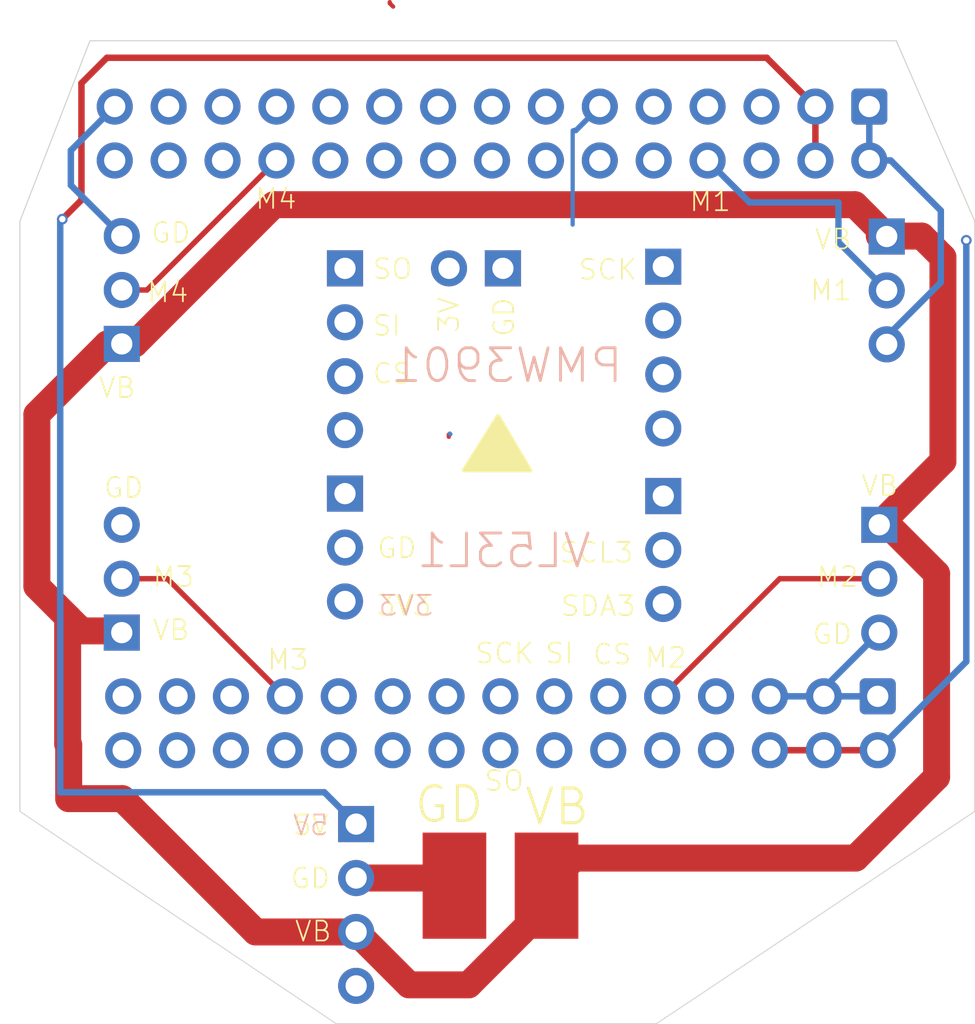
<source format=kicad_pcb>
(kicad_pcb (version 20241229) (generator "pcbnew") (generator_version "9.0")
  (layers (0 "F.Cu" signal) (2 "B.Cu" signal) (13 "F.Paste" user) (15 "B.Paste" user) (5 "F.SilkS" user "F.Silkscreen") (7 "B.SilkS" user "B.Silkscreen") (1 "F.Mask" user) (3 "B.Mask" user) (25 "Edge.Cuts" user))
  (net 0 "")
  (net 1 "/VBAT")
  (net 2 "/GND")
  (net 3 "/M1")
  (net 4 "/M2")
  (net 5 "/M4")
  (net 6 "/M3")
  (net 7 "/3V3")
  (net 8 "/5V")
  (net 9 "/SCK")
  (net 10 "/MISO")
  (net 11 "/MOSI")
  (net 12 "/CS")
  (net 27 "/SDA3")
  (net 28 "/SCL3")
  (footprint "Connector_Wire:SolderWirePad_1x01_SMD_5x10mm" (layer "F.Cu") (at 158.918165 105.046585)
    (property "Reference" "VB_PAD1" (hide yes))
    (property "Value" "Conn_01x01")
    (pad "1" smd rect (at -0.1 5.453415) (size 3 5) (layers "F.Cu" "F.Mask" "F.Paste") (net 1 "/VBAT"))
  )
  (footprint "Connector_PinHeader_2.54mm:PinHeader_1x03_P2.54mm_Vertical" (layer "F.Cu") (at 170.094208 95.970955 -45)
    (property "Reference" "VL53L1_L3" (hide yes))
    (property "Value" "Conn_01x03_Female" (hide yes))
    (pad "1" thru_hole rect (at 1.368136 -4.862594) (size 1.7 1.7) (drill 1) (layers "*.Cu" "*.Mask") (net 1 "/VBAT"))
    (pad "2" thru_hole circle (at 3.164188 -3.066543 315) (size 1.7 1.7) (drill 1) (layers "*.Cu" "*.Mask") (net 4 "/M2"))
    (pad "3" thru_hole circle (at 4.960239 -1.270492 315) (size 1.7 1.7) (drill 1) (layers "*.Cu" "*.Mask") (net 2 "/GND"))
  )
  (footprint "Connector_PinSocket_2.54mm:PinSocket_1x04_P2.54mm_Vertical" (layer "F.Cu") (at 149.320163 81.420143)
    (property "Reference" "PMW3901_R1" (hide yes))
    (property "Value" "Conn_01x04_Female" (hide yes))
    (pad "1" thru_hole rect (at 0 0) (size 1.7 1.7) (drill 1) (layers "*.Cu" "*.Mask") (net 10 "/MISO"))
    (pad "2" thru_hole oval (at 0 2.54) (size 1.7 1.7) (drill 1) (layers "*.Cu" "*.Mask") (net 11 "/MOSI"))
    (pad "3" thru_hole oval (at 0 5.08) (size 1.7 1.7) (drill 1) (layers "*.Cu" "*.Mask") (net 12 "/CS"))
    (pad "4" thru_hole oval (at 0 7.62) (size 1.7 1.7) (drill 1) (layers "*.Cu" "*.Mask"))
  )
  (footprint "Connector_PinHeader_2.54mm:PinHeader_1x03_P2.54mm_Vertical" (layer "F.Cu") (at 138.5 84.8 -45)
    (property "Reference" "VL53L1_L4" (hide yes))
    (property "Value" "Conn_01x03_Female" (hide yes))
    (pad "1" thru_hole rect (at 0.339411 -0.084853 270) (size 1.7 1.7) (drill 1) (layers "*.Cu" "*.Mask") (net 1 "/VBAT"))
    (pad "2" thru_hole circle (at -1.45664 -1.880904 315) (size 1.7 1.7) (drill 1) (layers "*.Cu" "*.Mask") (net 5 "/M4"))
    (pad "3" thru_hole circle (at -3.252691 -3.676955 315) (size 1.7 1.7) (drill 1) (layers "*.Cu" "*.Mask") (net 2 "/GND"))
  )
  (footprint "Connector_PinHeader_2.54mm:PinHeader_1x03_P2.54mm_Vertical" (layer "F.Cu") (at 149.320163 92.031137)
    (property "Reference" "VL53L1_R2" (hide yes))
    (property "Value" "Conn_01x03_Female" (hide yes))
    (pad "1" thru_hole rect (at 0 0) (size 1.7 1.7) (drill 1) (layers "*.Cu" "*.Mask"))
    (pad "2" thru_hole circle (at 0 2.54) (size 1.7 1.7) (drill 1) (layers "*.Cu" "*.Mask") (net 2 "/GND"))
    (pad "3" thru_hole circle (at 0 5.08) (size 1.7 1.7) (drill 1) (layers "*.Cu" "*.Mask") (net 7 "/3V3"))
  )
  (footprint "Connector_PinHeader_2.54mm:PinHeader_1x03_P2.54mm_Vertical" (layer "F.Cu") (at 142.775639 98.946265 -135)
    (property "Reference" "VL53L1_L5" (hide yes))
    (property "Value" "Conn_01x03_Female" (hide yes))
    (pad "1" thru_hole rect (at 2.552213 3.07019 270) (size 1.7 1.7) (drill 1) (layers "*.Cu" "*.Mask") (net 1 "/VBAT"))
    (pad "2" thru_hole circle (at 0.756162 4.866241 225) (size 1.7 1.7) (drill 1) (layers "*.Cu" "*.Mask") (net 6 "/M3"))
    (pad "3" thru_hole circle (at -1.03989 6.662292 225) (size 1.7 1.7) (drill 1) (layers "*.Cu" "*.Mask") (net 2 "/GND"))
  )
  (footprint "Connector_PinHeader_2.54mm:PinHeader_1x02_P2.54mm_Vertical" (layer "F.Cu") (at 156.762832 82.347042 -90)
    (property "Reference" "PMW3901_PWR1" (hide yes))
    (property "Value" "Conn_01x02_Female" (hide yes))
    (pad "1" thru_hole rect (at -0.926899 0 270) (size 1.7 1.7) (drill 1) (layers "*.Cu" "*.Mask") (net 2 "/GND"))
    (pad "2" thru_hole oval (at -0.926899 2.54 270) (size 1.7 1.7) (drill 1) (layers "*.Cu" "*.Mask") (net 7 "/3V3"))
  )
  (footprint "Connector_Wire:SolderWirePad_1x01_SMD_5x10mm" (layer "F.Cu") (at 153.52824 105.111039)
    (property "Reference" "GND_PAD1" (hide yes))
    (property "Value" "Conn_01x01")
    (pad "1" smd rect (at 0.95 5.388961) (size 3 5) (layers "F.Cu" "F.Mask" "F.Paste") (net 2 "/GND"))
  )
  (footprint "Connector_IDC:IDC-Header_2x15_P2.54mm_Vertical" (layer "F.Cu") (at 174.0293 73.798577 -90)
    (property "Reference" "J1" (hide yes))
    (property "Value" "Conn_01x15_MountingPin" (hide yes))
    (pad "1" thru_hole roundrect (at 0 0 270) (size 1.7 1.7) (drill 1) (layers "*.Cu" "*.Mask") (roundrect_rratio 0.147059) (net 2 "/GND"))
    (pad "2" thru_hole circle (at 2.54 0 270) (size 1.7 1.7) (drill 1) (layers "*.Cu" "*.Mask") (net 2 "/GND"))
    (pad "3" thru_hole circle (at 0 2.54 270) (size 1.7 1.7) (drill 1) (layers "*.Cu" "*.Mask") (net 8 "/5V"))
    (pad "4" thru_hole circle (at 2.54 2.54 270) (size 1.7 1.7) (drill 1) (layers "*.Cu" "*.Mask") (net 8 "/5V"))
    (pad "5" thru_hole circle (at 0 5.08 270) (size 1.7 1.7) (drill 1) (layers "*.Cu" "*.Mask"))
    (pad "6" thru_hole circle (at 2.54 5.08 270) (size 1.7 1.7) (drill 1) (layers "*.Cu" "*.Mask"))
    (pad "7" thru_hole circle (at 0 7.62 270) (size 1.7 1.7) (drill 1) (layers "*.Cu" "*.Mask"))
    (pad "8" thru_hole circle (at 2.54 7.62 270) (size 1.7 1.7) (drill 1) (layers "*.Cu" "*.Mask") (net 3 "/M1"))
    (pad "9" thru_hole circle (at 0 10.16 270) (size 1.7 1.7) (drill 1) (layers "*.Cu" "*.Mask"))
    (pad "10" thru_hole circle (at 2.54 10.16 270) (size 1.7 1.7) (drill 1) (layers "*.Cu" "*.Mask"))
    (pad "11" thru_hole circle (at 0 12.7 270) (size 1.7 1.7) (drill 1) (layers "*.Cu" "*.Mask") (net 27 "/SDA3"))
    (pad "12" thru_hole circle (at 2.54 12.7 270) (size 1.7 1.7) (drill 1) (layers "*.Cu" "*.Mask"))
    (pad "13" thru_hole circle (at 0 15.24 270) (size 1.7 1.7) (drill 1) (layers "*.Cu" "*.Mask"))
    (pad "14" thru_hole circle (at 2.54 15.24 270) (size 1.7 1.7) (drill 1) (layers "*.Cu" "*.Mask") (net 28 "/SCL3"))
    (pad "15" thru_hole circle (at 0 17.78 270) (size 1.7 1.7) (drill 1) (layers "*.Cu" "*.Mask"))
    (pad "16" thru_hole circle (at 2.54 17.78 270) (size 1.7 1.7) (drill 1) (layers "*.Cu" "*.Mask"))
    (pad "17" thru_hole circle (at 0 20.32 270) (size 1.7 1.7) (drill 1) (layers "*.Cu" "*.Mask"))
    (pad "18" thru_hole circle (at 2.54 20.32 270) (size 1.7 1.7) (drill 1) (layers "*.Cu" "*.Mask"))
    (pad "19" thru_hole circle (at 0 22.86 270) (size 1.7 1.7) (drill 1) (layers "*.Cu" "*.Mask"))
    (pad "20" thru_hole circle (at 2.54 22.86 270) (size 1.7 1.7) (drill 1) (layers "*.Cu" "*.Mask"))
    (pad "21" thru_hole circle (at 0 25.4 270) (size 1.7 1.7) (drill 1) (layers "*.Cu" "*.Mask"))
    (pad "22" thru_hole circle (at 2.54 25.4 270) (size 1.7 1.7) (drill 1) (layers "*.Cu" "*.Mask"))
    (pad "23" thru_hole circle (at 0 27.94 270) (size 1.7 1.7) (drill 1) (layers "*.Cu" "*.Mask"))
    (pad "24" thru_hole circle (at 2.54 27.94 270) (size 1.7 1.7) (drill 1) (layers "*.Cu" "*.Mask") (net 5 "/M4"))
    (pad "25" thru_hole circle (at 0 30.48 270) (size 1.7 1.7) (drill 1) (layers "*.Cu" "*.Mask"))
    (pad "26" thru_hole circle (at 2.54 30.48 270) (size 1.7 1.7) (drill 1) (layers "*.Cu" "*.Mask"))
    (pad "27" thru_hole circle (at 0 33.02 270) (size 1.7 1.7) (drill 1) (layers "*.Cu" "*.Mask"))
    (pad "28" thru_hole circle (at 2.54 33.02 270) (size 1.7 1.7) (drill 1) (layers "*.Cu" "*.Mask"))
    (pad "29" thru_hole circle (at 0 35.56 270) (size 1.7 1.7) (drill 1) (layers "*.Cu" "*.Mask") (net 2 "/GND"))
    (pad "30" thru_hole circle (at 2.54 35.56 270) (size 1.7 1.7) (drill 1) (layers "*.Cu" "*.Mask"))
  )
  (footprint "Connector_PinSocket_2.54mm:PinSocket_1x04_P2.54mm_Vertical" (layer "F.Cu") (at 149.84652 107.6)
    (property "Reference" "REG1" (hide yes))
    (property "Value" "Conn_01x04_Female" (hide yes))
    (pad "1" thru_hole rect (at 0 0) (size 1.7 1.7) (drill 1) (layers "*.Cu" "*.Mask") (net 8 "/5V"))
    (pad "2" thru_hole oval (at 0 2.54) (size 1.7 1.7) (drill 1) (layers "*.Cu" "*.Mask") (net 2 "/GND"))
    (pad "3" thru_hole oval (at 0 5.08) (size 1.7 1.7) (drill 1) (layers "*.Cu" "*.Mask") (net 1 "/VBAT"))
    (pad "4" thru_hole oval (at 0 7.62) (size 1.7 1.7) (drill 1) (layers "*.Cu" "*.Mask"))
  )
  (footprint "Connector_IDC:IDC-Header_2x15_P2.54mm_Vertical" (layer "F.Cu") (at 174.426179 101.58 -90)
    (property "Reference" "J2" (hide yes))
    (property "Value" "Conn_01x15_MountingPin" (hide yes))
    (pad "1" thru_hole roundrect (at 0 0 270) (size 1.7 1.7) (drill 1) (layers "*.Cu" "*.Mask") (roundrect_rratio 0.147059) (net 2 "/GND"))
    (pad "2" thru_hole circle (at 2.54 0 270) (size 1.7 1.7) (drill 1) (layers "*.Cu" "*.Mask") (net 7 "/3V3"))
    (pad "3" thru_hole circle (at 0 2.54 270) (size 1.7 1.7) (drill 1) (layers "*.Cu" "*.Mask") (net 2 "/GND"))
    (pad "4" thru_hole circle (at 2.54 2.54 270) (size 1.7 1.7) (drill 1) (layers "*.Cu" "*.Mask") (net 7 "/3V3"))
    (pad "5" thru_hole circle (at 0 5.08 270) (size 1.7 1.7) (drill 1) (layers "*.Cu" "*.Mask") (net 2 "/GND"))
    (pad "6" thru_hole circle (at 2.54 5.08 270) (size 1.7 1.7) (drill 1) (layers "*.Cu" "*.Mask") (net 7 "/3V3"))
    (pad "7" thru_hole circle (at 0 7.62 270) (size 1.7 1.7) (drill 1) (layers "*.Cu" "*.Mask"))
    (pad "8" thru_hole circle (at 2.54 7.62 270) (size 1.7 1.7) (drill 1) (layers "*.Cu" "*.Mask"))
    (pad "9" thru_hole circle (at 0 10.16 270) (size 1.7 1.7) (drill 1) (layers "*.Cu" "*.Mask") (net 4 "/M2"))
    (pad "10" thru_hole circle (at 2.54 10.16 270) (size 1.7 1.7) (drill 1) (layers "*.Cu" "*.Mask"))
    (pad "11" thru_hole circle (at 0 12.7 270) (size 1.7 1.7) (drill 1) (layers "*.Cu" "*.Mask") (net 12 "/CS"))
    (pad "12" thru_hole circle (at 2.54 12.7 270) (size 1.7 1.7) (drill 1) (layers "*.Cu" "*.Mask"))
    (pad "13" thru_hole circle (at 0 15.24 270) (size 1.7 1.7) (drill 1) (layers "*.Cu" "*.Mask") (net 11 "/MOSI"))
    (pad "14" thru_hole circle (at 2.54 15.24 270) (size 1.7 1.7) (drill 1) (layers "*.Cu" "*.Mask"))
    (pad "15" thru_hole circle (at 0 17.78 270) (size 1.7 1.7) (drill 1) (layers "*.Cu" "*.Mask") (net 9 "/SCK"))
    (pad "16" thru_hole circle (at 2.54 17.78 270) (size 1.7 1.7) (drill 1) (layers "*.Cu" "*.Mask") (net 10 "/MISO"))
    (pad "17" thru_hole circle (at 0 20.32 270) (size 1.7 1.7) (drill 1) (layers "*.Cu" "*.Mask"))
    (pad "18" thru_hole circle (at 2.54 20.32 270) (size 1.7 1.7) (drill 1) (layers "*.Cu" "*.Mask"))
    (pad "19" thru_hole circle (at 0 22.86 270) (size 1.7 1.7) (drill 1) (layers "*.Cu" "*.Mask"))
    (pad "20" thru_hole circle (at 2.54 22.86 270) (size 1.7 1.7) (drill 1) (layers "*.Cu" "*.Mask"))
    (pad "21" thru_hole circle (at 0 25.4 270) (size 1.7 1.7) (drill 1) (layers "*.Cu" "*.Mask"))
    (pad "22" thru_hole circle (at 2.54 25.4 270) (size 1.7 1.7) (drill 1) (layers "*.Cu" "*.Mask"))
    (pad "23" thru_hole circle (at 0 27.94 270) (size 1.7 1.7) (drill 1) (layers "*.Cu" "*.Mask") (net 6 "/M3"))
    (pad "24" thru_hole circle (at 2.54 27.94 270) (size 1.7 1.7) (drill 1) (layers "*.Cu" "*.Mask"))
    (pad "25" thru_hole circle (at 0 30.48 270) (size 1.7 1.7) (drill 1) (layers "*.Cu" "*.Mask"))
    (pad "26" thru_hole circle (at 2.54 30.48 270) (size 1.7 1.7) (drill 1) (layers "*.Cu" "*.Mask"))
    (pad "27" thru_hole circle (at 0 33.02 270) (size 1.7 1.7) (drill 1) (layers "*.Cu" "*.Mask"))
    (pad "28" thru_hole circle (at 2.54 33.02 270) (size 1.7 1.7) (drill 1) (layers "*.Cu" "*.Mask"))
    (pad "29" thru_hole circle (at 0 35.56 270) (size 1.7 1.7) (drill 1) (layers "*.Cu" "*.Mask") (net 2 "/GND"))
    (pad "30" thru_hole circle (at 2.54 35.56 270) (size 1.7 1.7) (drill 1) (layers "*.Cu" "*.Mask"))
  )
  (footprint "Connector_PinHeader_2.54mm:PinHeader_1x03_P2.54mm_Vertical" (layer "F.Cu") (at 174.85 79.92)
    (property "Reference" "M1_GND1" (hide yes))
    (property "Value" "Conn_01x03_Female" (hide yes))
    (pad "1" thru_hole rect (at 0 0) (size 1.7 1.7) (drill 1) (layers "*.Cu" "*.Mask") (net 1 "/VBAT"))
    (pad "2" thru_hole circle (at 0 2.54) (size 1.7 1.7) (drill 1) (layers "*.Cu" "*.Mask") (net 3 "/M1"))
    (pad "3" thru_hole circle (at 0 5.08) (size 1.7 1.7) (drill 1) (layers "*.Cu" "*.Mask") (net 2 "/GND"))
  )
  (footprint "Connector_PinSocket_2.54mm:PinSocket_1x04_P2.54mm_Vertical" (layer "F.Cu") (at 164.320163 81.340143)
    (property "Reference" "PMW3901_L1" (hide yes))
    (property "Value" "Conn_01x04_Female" (hide yes))
    (pad "1" thru_hole rect (at 0 0) (size 1.7 1.7) (drill 1) (layers "*.Cu" "*.Mask") (net 9 "/SCK"))
    (pad "2" thru_hole oval (at 0 2.54) (size 1.7 1.7) (drill 1) (layers "*.Cu" "*.Mask"))
    (pad "3" thru_hole oval (at 0 5.08) (size 1.7 1.7) (drill 1) (layers "*.Cu" "*.Mask"))
    (pad "4" thru_hole oval (at 0 7.62) (size 1.7 1.7) (drill 1) (layers "*.Cu" "*.Mask"))
  )
  (footprint "Connector_PinHeader_2.54mm:PinHeader_1x03_P2.54mm_Vertical" (layer "F.Cu") (at 164.320163 92.146363)
    (property "Reference" "VL53L1_R1" (hide yes))
    (property "Value" "Conn_01x03_Female" (hide yes))
    (pad "1" thru_hole rect (at 0 0) (size 1.7 1.7) (drill 1) (layers "*.Cu" "*.Mask"))
    (pad "2" thru_hole oval (at 0 2.54) (size 1.7 1.7) (drill 1) (layers "*.Cu" "*.Mask") (net 28 "/SCL3"))
    (pad "3" thru_hole oval (at 0 5.08) (size 1.7 1.7) (drill 1) (layers "*.Cu" "*.Mask") (net 27 "/SDA3"))
  )
  (gr_poly (pts (xy 156.535197 88.385283) (xy 154.932897 90.927705) (xy 158.032832 90.927705)) (stroke (width 0.2)) (fill yes) (layer "F.SilkS"))
  (gr_line (start 137.3 70.7) (end 175.3 70.7) (stroke (width 0.05)) (layer "Edge.Cuts"))
  (gr_line (start 179 79.2) (end 179 107) (stroke (width 0.05)) (layer "Edge.Cuts"))
  (gr_line (start 175.3 70.7) (end 179 79.2) (stroke (width 0.05)) (layer "Edge.Cuts"))
  (gr_line (start 148.9 117) (end 164 117) (stroke (width 0.05)) (layer "Edge.Cuts"))
  (gr_line (start 137.3 70.7) (end 134 79.2) (stroke (width 0.05)) (layer "Edge.Cuts"))
  (gr_line (start 134 107) (end 148.9 117) (stroke (width 0.05)) (layer "Edge.Cuts"))
  (gr_line (start 179 107) (end 164 117) (stroke (width 0.05)) (layer "Edge.Cuts"))
  (gr_line (start 134 79.2) (end 134 107) (stroke (width 0.05)) (layer "Edge.Cuts"))
  (gr_text "" (at 146.257571 95.709049 0) (layer "F.Cu") (effects (font (size 0.93472 0.93472) (thickness 0.08128)) (justify left bottom)))
  (gr_text "3V" (at 154.761104 84.50611 90) (layer "F.SilkS") (effects (font (size 0.93472 0.93472) (thickness 0.08128)) (justify left bottom)))
  (gr_text "M3" (at 145.6 100.4 0) (layer "F.SilkS") (effects (font (size 0.93472 0.93472) (thickness 0.08128)) (justify left bottom)))
  (gr_text "SI" (at 150.570163 84.670143 0) (layer "F.SilkS") (effects (font (size 0.93472 0.93472) (thickness 0.08128)) (justify left bottom)))
  (gr_text "M2" (at 171.5 96.5 0) (layer "F.SilkS") (effects (font (size 0.93472 0.93472) (thickness 0.08128)) (justify left bottom)))
  (gr_text "GD" (at 171.3 99.2 0) (layer "F.SilkS") (effects (font (size 0.93472 0.93472) (thickness 0.08128)) (justify left bottom)))
  (gr_text "CS" (at 160.95 100.15 0) (layer "F.SilkS") (effects (font (size 0.93472 0.93472) (thickness 0.08128)) (justify left bottom)))
  (gr_text "SO" (at 150.570163 81.999762 0) (layer "F.SilkS") (effects (font (size 0.93472 0.93472) (thickness 0.08128)) (justify left bottom)))
  (gr_text "M2" (at 163.4 100.3 0) (layer "F.SilkS") (effects (font (size 0.93472 0.93472) (thickness 0.08128)) (justify left bottom)))
  (gr_text "5V" (at 146.8 108.2 0) (layer "F.SilkS") (effects (font (size 0.93472 0.93472) (thickness 0.08128)) (justify left bottom)))
  (gr_text "VB" (at 171.4 80.6 0) (layer "F.SilkS") (effects (font (size 0.93472 0.93472) (thickness 0.08128)) (justify left bottom)))
  (gr_text "M3" (at 140.2 96.5 0) (layer "F.SilkS") (effects (font (size 0.93472 0.93472) (thickness 0.08128)) (justify left bottom)))
  (gr_text "GD" (at 152.755028 94.051015 0) (layer "F.SilkS") (effects (font (size 0.93472 0.93472) (thickness 0.08128)) (justify right top)))
  (gr_text "M1" (at 171.186795 83 0) (layer "F.SilkS") (effects (font (size 0.93472 0.93472) (thickness 0.08128)) (justify left bottom)))
  (gr_text "SCK" (at 160.267676 82.023472 0) (layer "F.SilkS") (effects (font (size 0.93472 0.93472) (thickness 0.08128)) (justify left bottom)))
  (gr_text "GD" (at 157.361104 84.70611 90) (layer "F.SilkS") (effects (font (size 0.93472 0.93472) (thickness 0.08128)) (justify left bottom)))
  (gr_text "SI" (at 158.7 100.1 0) (layer "F.SilkS") (effects (font (size 0.93472 0.93472) (thickness 0.08128)) (justify left bottom)))
  (gr_text "SO" (at 155.831781 106.107079 0) (layer "F.SilkS") (effects (font (size 0.93472 0.93472) (thickness 0.08128)) (justify left bottom)))
  (gr_text "SDA3" (at 159.4403 97.872285 0) (layer "F.SilkS") (effects (font (size 0.93472 0.93472) (thickness 0.08128)) (justify left bottom)))
  (gr_text "3V3" (at 153.451134 96.758097 0) (layer "F.SilkS") (effects (font (size 0.93472 0.93472) (thickness 0.08128)) (justify right top)))
  (gr_text "VB" (at 139.5 86.5 0) (layer "F.SilkS") (effects (font (size 0.93472 0.93472) (thickness 0.08128)) (justify right top)))
  (gr_text "GD" (at 146.7 110.7 0) (layer "F.SilkS") (effects (font (size 0.93472 0.93472) (thickness 0.08128)) (justify left bottom)))
  (gr_text "M4" (at 147.1 77.6 0) (layer "F.SilkS") (effects (font (size 0.93472 0.93472) (thickness 0.08128)) (justify right top)))
  (gr_text "M4" (at 142 82 0) (layer "F.SilkS") (effects (font (size 0.93472 0.93472) (thickness 0.08128)) (justify right top)))
  (gr_text "SCK" (at 155.4 100.1 0) (layer "F.SilkS") (effects (font (size 0.93472 0.93472) (thickness 0.08128)) (justify left bottom)))
  (gr_text "VB" (at 173.6 92.2 0) (layer "F.SilkS") (effects (font (size 0.93472 0.93472) (thickness 0.08128)) (justify left bottom)))
  (gr_text "GD" (at 142.1 79.2 0) (layer "F.SilkS") (effects (font (size 0.93472 0.93472) (thickness 0.08128)) (justify right top)))
  (gr_text "VB" (at 157.706229 107.742166 0) (layer "F.SilkS") (effects (font (size 1.63576 1.63576) (thickness 0.14224)) (justify left bottom)))
  (gr_text "GD" (at 152.49832 107.639039 0) (layer "F.SilkS") (effects (font (size 1.63576 1.63576) (thickness 0.14224)) (justify left bottom)))
  (gr_text "CS" (at 150.570163 86.920143 0) (layer "F.SilkS") (effects (font (size 0.93472 0.93472) (thickness 0.08128)) (justify left bottom)))
  (gr_text "VB" (at 140.2 99 0) (layer "F.SilkS") (effects (font (size 0.93472 0.93472) (thickness 0.08128)) (justify left bottom)))
  (gr_text "M1" (at 165.5 78.8 0) (layer "F.SilkS") (effects (font (size 0.93472 0.93472) (thickness 0.08128)) (justify left bottom)))
  (gr_text "GD" (at 137.9 92.3 0) (layer "F.SilkS") (effects (font (size 0.93472 0.93472) (thickness 0.08128)) (justify left bottom)))
  (gr_text "VB" (at 146.9 113.2 0) (layer "F.SilkS") (effects (font (size 0.93472 0.93472) (thickness 0.08128)) (justify left bottom)))
  (gr_text "SCL3\n" (at 159.380374 95.355406 0) (layer "F.SilkS") (effects (font (size 0.93472 0.93472) (thickness 0.08128)) (justify left bottom)))
  (gr_text "5V" (at 148.6 108.2 0) (layer "B.SilkS") (effects (font (size 0.93472 0.93472) (thickness 0.08128)) (justify left bottom mirror)))
  (gr_text "3V3" (at 150.851134 96.758097 0) (layer "B.SilkS") (effects (font (size 0.93472 0.93472) (thickness 0.08128)) (justify right top mirror)))
  (gr_text "PMW3901" (at 162.502489 86.900086 0) (layer "B.SilkS") (effects (font (size 1.542288 1.542288) (thickness 0.134112)) (justify left bottom mirror)))
  (gr_text "VL53L1" (at 161.008457 95.623668 0) (layer "B.SilkS") (effects (font (size 1.542288 1.542288) (thickness 0.134112)) (justify left bottom mirror)))
  (segment (start 151.42944 68.932333) (end 151.42944 68.878872) (width 0.2) (layer "F.Cu") (net 0))
  (segment (start 151.589823 69.092716) (end 151.42944 68.932333) (width 0.2) (layer "F.Cu") (net 0))
  (segment (start 136.25 97.85) (end 136.25 103.820869) (width 1.27) (layer "F.Cu") (net 1))
  (segment (start 136.25 97.85) (end 136.7 98.3) (width 1.27) (layer "F.Cu") (net 1))
  (segment (start 136.3 103.870869) (end 136.3 106.4) (width 1.27) (layer "F.Cu") (net 1))
  (segment (start 155.146054 115.172111) (end 158.818165 111.5) (width 1.27) (layer "F.Cu") (net 1))
  (segment (start 152.338631 115.172111) (end 155.146054 115.172111) (width 1.27) (layer "F.Cu") (net 1))
  (segment (start 139.409169 84.98) (end 145.967508 78.421661) (width 1.27) (layer "F.Cu") (net 1))
  (segment (start 136.7 98.3) (end 136.7 98.5) (width 1.27) (layer "F.Cu") (net 1))
  (segment (start 177.2 105.386427) (end 173.386427 109.2) (width 1.27) (layer "F.Cu") (net 1))
  (segment (start 136.3 106.4) (end 138.829131 106.4) (width 1.27) (layer "F.Cu") (net 1))
  (segment (start 173.386427 109.2) (end 160.118165 109.2) (width 1.27) (layer "F.Cu") (net 1))
  (segment (start 134.8 88.3) (end 134.8 96.4) (width 1.27) (layer "F.Cu") (net 1))
  (segment (start 158.818165 111.5) (end 158.818165 110.5) (width 1.27) (layer "F.Cu") (net 1))
  (segment (start 149.84652 112.68) (end 152.338631 115.172111) (width 1.27) (layer "F.Cu") (net 1))
  (segment (start 176.5 79.9) (end 177.5 80.9) (width 1.27) (layer "F.Cu") (net 1))
  (segment (start 145.967508 78.421661) (end 173.351661 78.421661) (width 1.27) (layer "F.Cu") (net 1))
  (segment (start 138.12 84.98) (end 134.8 88.3) (width 1.27) (layer "F.Cu") (net 1))
  (segment (start 177.5 90.499999) (end 174.499999 93.5) (width 1.27) (layer "F.Cu") (net 1))
  (segment (start 138.72 98.5) (end 138.8 98.58) (width 1.27) (layer "F.Cu") (net 1))
  (segment (start 134.8 96.4) (end 136.25 97.85) (width 1.27) (layer "F.Cu") (net 1))
  (segment (start 136.7 98.5) (end 138.72 98.5) (width 1.27) (layer "F.Cu") (net 1))
  (segment (start 174.499999 93.5) (end 174.9 93.5) (width 1.27) (layer "F.Cu") (net 1))
  (segment (start 173.351661 78.421661) (end 174.85 79.92) (width 1.27) (layer "F.Cu") (net 1))
  (segment (start 177.2 95.8) (end 177.2 105.386427) (width 1.27) (layer "F.Cu") (net 1))
  (segment (start 174.9 93.5) (end 177.2 95.8) (width 1.27) (layer "F.Cu") (net 1))
  (segment (start 160.118165 109.2) (end 158.818165 110.5) (width 1.27) (layer "F.Cu") (net 1))
  (segment (start 174.5 79.9) (end 176.5 79.9) (width 1.27) (layer "F.Cu") (net 1))
  (segment (start 138.8 84.98) (end 138.12 84.98) (width 1.27) (layer "F.Cu") (net 1))
  (segment (start 136.25 103.820869) (end 136.3 103.870869) (width 1.27) (layer "F.Cu") (net 1))
  (segment (start 145.109131 112.68) (end 149.84652 112.68) (width 1.27) (layer "F.Cu") (net 1))
  (segment (start 138.8 84.98) (end 139.409169 84.98) (width 1.27) (layer "F.Cu") (net 1))
  (segment (start 177.5 80.9) (end 177.5 90.499999) (width 1.27) (layer "F.Cu") (net 1))
  (segment (start 138.829131 106.4) (end 145.109131 112.68) (width 1.27) (layer "F.Cu") (net 1))
  (segment (start 154.11824 110.14) (end 154.47824 110.5) (width 0.2) (layer "F.Cu") (net 2))
  (segment (start 138.8 93.04) (end 138.8 93.5) (width 0.3048) (layer "F.Cu") (net 2))
  (segment (start 149.84652 110.14) (end 154.11824 110.14) (width 1.27) (layer "F.Cu") (net 2))
  (segment (start 177.4 82.08) (end 177.4 78.7) (width 0.3048) (layer "B.Cu") (net 2))
  (segment (start 169.346179 101.58) (end 171.886179 101.58) (width 0.3048) (layer "B.Cu") (net 2))
  (segment (start 136.4 75.867877) (end 136.4 77.5) (width 0.3048) (layer "B.Cu") (net 2))
  (segment (start 171.886179 101.193821) (end 171.886179 101.58) (width 0.3048) (layer "B.Cu") (net 2))
  (segment (start 174.5 98.58) (end 171.886179 101.193821) (width 0.3048) (layer "B.Cu") (net 2))
  (segment (start 177.4 78.7) (end 175.038577 76.338577) (width 0.3048) (layer "B.Cu") (net 2))
  (segment (start 174.5 84.98) (end 177.4 82.08) (width 0.3048) (layer "B.Cu") (net 2))
  (segment (start 138.4693 73.798577) (end 136.4 75.867877) (width 0.3048) (layer "B.Cu") (net 2))
  (segment (start 171.886179 101.58) (end 174.426179 101.58) (width 0.3048) (layer "B.Cu") (net 2))
  (segment (start 175.038577 76.338577) (end 174.0293 76.338577) (width 0.3048) (layer "B.Cu") (net 2))
  (segment (start 174.0293 73.798577) (end 174.0293 76.086461) (width 0.3048) (layer "B.Cu") (net 2))
  (segment (start 136.4 77.5) (end 138.8 79.9) (width 0.3048) (layer "B.Cu") (net 2))
  (segment (start 172.57508 78.314243) (end 172.57508 80.18508) (width 0.3) (layer "B.Cu") (net 3))
  (segment (start 166.4093 76.338577) (end 168.384966 78.314243) (width 0.3) (layer "B.Cu") (net 3))
  (segment (start 168.384966 78.314243) (end 172.57508 78.314243) (width 0.3) (layer "B.Cu") (net 3))
  (segment (start 172.57508 80.18508) (end 174.85 82.46) (width 0.3) (layer "B.Cu") (net 3))
  (segment (start 169.806179 96.04) (end 164.266179 101.58) (width 0.254) (layer "F.Cu") (net 4))
  (segment (start 174.5 96.04) (end 169.806179 96.04) (width 0.254) (layer "F.Cu") (net 4))
  (segment (start 146.0893 76.338577) (end 139.987877 82.44) (width 0.254) (layer "F.Cu") (net 5))
  (segment (start 139.987877 82.44) (end 138.8 82.44) (width 0.254) (layer "F.Cu") (net 5))
  (segment (start 140.946179 96.04) (end 146.486179 101.58) (width 0.254) (layer "F.Cu") (net 6))
  (segment (start 138.8 96.04) (end 140.946179 96.04) (width 0.254) (layer "F.Cu") (net 6))
  (segment (start 169.346179 104.12) (end 171.886179 104.12) (width 0.3048) (layer "F.Cu") (net 7))
  (segment (start 171.886179 104.12) (end 174.426179 104.12) (width 0.3048) (layer "F.Cu") (net 7))
  (via (at 178.6 80.1) (size 0.5) (drill 0.3) (layers "F.Cu" "B.Cu") (net 7))
  (segment (start 178.6 80.1) (end 178.6 99.946179) (width 0.3048) (layer "B.Cu") (net 7))
  (segment (start 178.6 99.946179) (end 174.426179 104.12) (width 0.3048) (layer "B.Cu") (net 7))
  (segment (start 138.1 71.5) (end 169.2 71.5) (width 0.3048) (layer "F.Cu") (net 8))
  (segment (start 136.9 78.2) (end 136.9 72.7) (width 0.3048) (layer "F.Cu") (net 8))
  (segment (start 136.9 72.7) (end 138.1 71.5) (width 0.3048) (layer "F.Cu") (net 8))
  (segment (start 171.4893 73.798577) (end 171.4893 76.338577) (width 0.3048) (layer "F.Cu") (net 8))
  (segment (start 169.2 71.5) (end 169.2 71.509277) (width 0.3048) (layer "F.Cu") (net 8))
  (segment (start 136 79.1) (end 136.9 78.2) (width 0.3048) (layer "F.Cu") (net 8))
  (segment (start 169.2 71.509277) (end 171.4893 73.798577) (width 0.3048) (layer "F.Cu") (net 8))
  (via (at 136 79.1) (size 0.5) (drill 0.3) (layers "F.Cu" "B.Cu") (net 8))
  (segment (start 149.84652 107.6) (end 148.34652 106.1) (width 0.3048) (layer "B.Cu") (net 8))
  (segment (start 135.9 106.1) (end 135.9 79.1) (width 0.3048) (layer "B.Cu") (net 8))
  (segment (start 135.9 79.1) (end 136 79.1) (width 0.3048) (layer "B.Cu") (net 8))
  (segment (start 148.34652 106.1) (end 135.9 106.1) (width 0.3048) (layer "B.Cu") (net 8))
  (segment (start 164.320163 81.97323) (end 164.320163 81.340143) (width 0.3048) (layer "F.Cu") (net 9))
  (segment (start 149.320163 81.420143) (end 148.647071 81.420143) (width 0.3048) (layer "B.Cu") (net 10))
  (segment (start 149.320163 81.420143) (end 148.697071 81.420143) (width 0.2) (layer "B.Cu") (net 10))
  (segment (start 149.277383 84.002923) (end 149.320163 83.960143) (width 0.2) (layer "B.Cu") (net 11))
  (segment (start 154.261104 89.20611) (end 154.211104 89.25611) (width 0.2) (layer "F.Cu") (net 12))
  (segment (start 154.211104 89.25611) (end 154.211104 89.35611) (width 0.2) (layer "F.Cu") (net 12))
  (segment (start 154.261104 89.20611) (end 154.287283 89.232289) (width 0.2) (layer "B.Cu") (net 12))
  (segment (start 163.830108 97.20017) (end 164.085108 97.20017) (width 0.3048) (layer "F.Cu") (net 27))
  (segment (start 160.1989 74.928977) (end 161.3293 73.798577) (width 0.254) (layer "B.Cu") (net 27))
  (segment (start 160.05 79.359733) (end 160.05 74.928977) (width 0.2) (layer "B.Cu") (net 27))
  (segment (start 160.1 74.928977) (end 160.1989 74.928977) (width 0.254) (layer "B.Cu") (net 27))
  (segment (start 163.830108 94.66017) (end 164.085108 94.66017) (width 0.3048) (layer "F.Cu") (net 28))
  (segment (start 158.7893 76.338577) (end 158.261423 76.338577) (width 0.254) (layer "B.Cu") (net 28))
)
</source>
